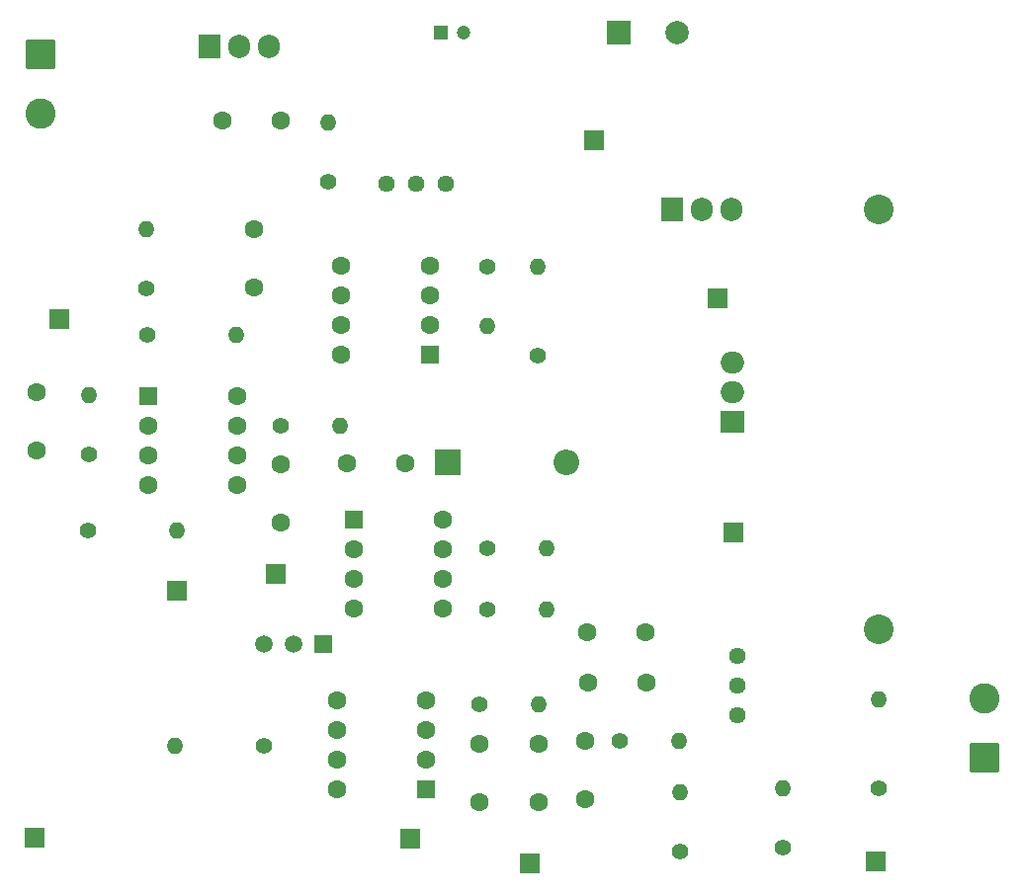
<source format=gbr>
%TF.GenerationSoftware,KiCad,Pcbnew,9.0.0*%
%TF.CreationDate,2025-06-18T22:57:56-03:00*%
%TF.ProjectId,buck_realimentada2,6275636b-5f72-4656-916c-696d656e7461,rev?*%
%TF.SameCoordinates,Original*%
%TF.FileFunction,Copper,L1,Top*%
%TF.FilePolarity,Positive*%
%FSLAX46Y46*%
G04 Gerber Fmt 4.6, Leading zero omitted, Abs format (unit mm)*
G04 Created by KiCad (PCBNEW 9.0.0) date 2025-06-18 22:57:56*
%MOMM*%
%LPD*%
G01*
G04 APERTURE LIST*
G04 Aperture macros list*
%AMRoundRect*
0 Rectangle with rounded corners*
0 $1 Rounding radius*
0 $2 $3 $4 $5 $6 $7 $8 $9 X,Y pos of 4 corners*
0 Add a 4 corners polygon primitive as box body*
4,1,4,$2,$3,$4,$5,$6,$7,$8,$9,$2,$3,0*
0 Add four circle primitives for the rounded corners*
1,1,$1+$1,$2,$3*
1,1,$1+$1,$4,$5*
1,1,$1+$1,$6,$7*
1,1,$1+$1,$8,$9*
0 Add four rect primitives between the rounded corners*
20,1,$1+$1,$2,$3,$4,$5,0*
20,1,$1+$1,$4,$5,$6,$7,0*
20,1,$1+$1,$6,$7,$8,$9,0*
20,1,$1+$1,$8,$9,$2,$3,0*%
G04 Aperture macros list end*
%TA.AperFunction,ComponentPad*%
%ADD10R,1.905000X2.000000*%
%TD*%
%TA.AperFunction,ComponentPad*%
%ADD11O,1.905000X2.000000*%
%TD*%
%TA.AperFunction,ComponentPad*%
%ADD12R,2.000000X2.000000*%
%TD*%
%TA.AperFunction,ComponentPad*%
%ADD13C,2.000000*%
%TD*%
%TA.AperFunction,ComponentPad*%
%ADD14C,1.600000*%
%TD*%
%TA.AperFunction,ComponentPad*%
%ADD15C,1.400000*%
%TD*%
%TA.AperFunction,ComponentPad*%
%ADD16O,1.400000X1.400000*%
%TD*%
%TA.AperFunction,ComponentPad*%
%ADD17R,1.700000X1.700000*%
%TD*%
%TA.AperFunction,ComponentPad*%
%ADD18R,1.500000X1.500000*%
%TD*%
%TA.AperFunction,ComponentPad*%
%ADD19C,1.500000*%
%TD*%
%TA.AperFunction,ComponentPad*%
%ADD20RoundRect,0.250000X-1.050000X1.050000X-1.050000X-1.050000X1.050000X-1.050000X1.050000X1.050000X0*%
%TD*%
%TA.AperFunction,ComponentPad*%
%ADD21C,2.600000*%
%TD*%
%TA.AperFunction,ComponentPad*%
%ADD22R,2.200000X2.200000*%
%TD*%
%TA.AperFunction,ComponentPad*%
%ADD23O,2.200000X2.200000*%
%TD*%
%TA.AperFunction,ComponentPad*%
%ADD24R,1.200000X1.200000*%
%TD*%
%TA.AperFunction,ComponentPad*%
%ADD25C,1.200000*%
%TD*%
%TA.AperFunction,ComponentPad*%
%ADD26C,1.440000*%
%TD*%
%TA.AperFunction,ComponentPad*%
%ADD27RoundRect,0.250000X1.050000X-1.050000X1.050000X1.050000X-1.050000X1.050000X-1.050000X-1.050000X0*%
%TD*%
%TA.AperFunction,ComponentPad*%
%ADD28C,2.540000*%
%TD*%
%TA.AperFunction,ComponentPad*%
%ADD29RoundRect,0.250000X0.550000X0.550000X-0.550000X0.550000X-0.550000X-0.550000X0.550000X-0.550000X0*%
%TD*%
%TA.AperFunction,ComponentPad*%
%ADD30RoundRect,0.250000X-0.550000X-0.550000X0.550000X-0.550000X0.550000X0.550000X-0.550000X0.550000X0*%
%TD*%
%TA.AperFunction,ComponentPad*%
%ADD31R,2.000000X1.905000*%
%TD*%
%TA.AperFunction,ComponentPad*%
%ADD32O,2.000000X1.905000*%
%TD*%
G04 APERTURE END LIST*
D10*
%TO.P,M4,1,G*%
%TO.N,Vg1*%
X159520000Y-83600000D03*
D11*
%TO.P,M4,2,D*%
%TO.N,Vin*%
X162060000Y-83600000D03*
%TO.P,M4,3,S*%
%TO.N,Vd*%
X164600000Y-83600000D03*
%TD*%
D12*
%TO.P,C2,1*%
%TO.N,Vin*%
X155000000Y-68467677D03*
D13*
%TO.P,C2,2*%
%TO.N,GND*%
X160000000Y-68467677D03*
%TD*%
D14*
%TO.P,C12,1*%
%TO.N,pwm*%
X126000000Y-105500000D03*
%TO.P,C12,2*%
%TO.N,GND*%
X126000000Y-110500000D03*
%TD*%
%TO.P,C1,1*%
%TO.N,Vout*%
X157220601Y-119882332D03*
%TO.P,C1,2*%
%TO.N,GND*%
X152220601Y-119882332D03*
%TD*%
D15*
%TO.P,R10,1*%
%TO.N,GND*%
X169000000Y-138300000D03*
D16*
%TO.P,R10,2*%
%TO.N,sampling*%
X169000000Y-133220000D03*
%TD*%
D10*
%TO.P,U4,1,ADJ*%
%TO.N,Net-(U4-ADJ)*%
X119940000Y-69680000D03*
D11*
%TO.P,U4,2,VO*%
%TO.N,VCCPWM*%
X122480000Y-69680000D03*
%TO.P,U4,3,VI*%
%TO.N,Vin*%
X125020000Y-69680000D03*
%TD*%
D17*
%TO.P,J13,1,Pin_1*%
%TO.N,Vg2*%
X164800000Y-111300000D03*
%TD*%
D14*
%TO.P,C8,1*%
%TO.N,cuadrada*%
X105100000Y-99300000D03*
%TO.P,C8,2*%
%TO.N,GND*%
X105100000Y-104300000D03*
%TD*%
D17*
%TO.P,J10,1,Pin_1*%
%TO.N,VCCPWM*%
X152804104Y-77707727D03*
%TD*%
D18*
%TO.P,U5,1,REF*%
%TO.N,Vref*%
X129630563Y-120882761D03*
D19*
%TO.P,U5,2,A*%
%TO.N,GND*%
X127090563Y-120882761D03*
%TO.P,U5,3,K*%
%TO.N,Vref*%
X124550563Y-120882761D03*
%TD*%
D14*
%TO.P,C7,1*%
%TO.N,Net-(U7A-+)*%
X152100000Y-129200000D03*
%TO.P,C7,2*%
%TO.N,Net-(C7-Pad2)*%
X152100000Y-134200000D03*
%TD*%
D20*
%TO.P,J1,1,Pin_1*%
%TO.N,GND*%
X105407500Y-70355000D03*
D21*
%TO.P,J1,2,Pin_2*%
%TO.N,Vin*%
X105407500Y-75435000D03*
%TD*%
D17*
%TO.P,J12,1,Pin_1*%
%TO.N,Vg1*%
X163390698Y-91229148D03*
%TD*%
D15*
%TO.P,R12,1*%
%TO.N,pwm*%
X126020000Y-102200000D03*
D16*
%TO.P,R12,2*%
%TO.N,VCCPWM*%
X131100000Y-102200000D03*
%TD*%
D14*
%TO.P,C13,1*%
%TO.N,VCCPWM*%
X125990000Y-76040000D03*
%TO.P,C13,2*%
%TO.N,GND*%
X120990000Y-76040000D03*
%TD*%
D22*
%TO.P,D1,1,K*%
%TO.N,Net-(D1-K)*%
X140320000Y-105300000D03*
D23*
%TO.P,D1,2,A*%
%TO.N,VCCPWM*%
X150480000Y-105300000D03*
%TD*%
D24*
%TO.P,C5,1*%
%TO.N,Vin*%
X139700000Y-68472599D03*
D25*
%TO.P,C5,2*%
%TO.N,GND*%
X141700000Y-68472599D03*
%TD*%
D26*
%TO.P,R13,1*%
%TO.N,GND*%
X140180000Y-81400000D03*
%TO.P,R13,2*%
%TO.N,Net-(U4-ADJ)*%
X137640000Y-81400000D03*
%TO.P,R13,3*%
%TO.N,N/C*%
X135100000Y-81400000D03*
%TD*%
D14*
%TO.P,C10,1*%
%TO.N,error*%
X148100000Y-134400000D03*
%TO.P,C10,2*%
%TO.N,Net-(U7A-+)*%
X148100000Y-129400000D03*
%TD*%
D15*
%TO.P,R8,1*%
%TO.N,Net-(U2A-+)*%
X109490000Y-111100000D03*
D16*
%TO.P,R8,2*%
%TO.N,Triangular*%
X117110000Y-111100000D03*
%TD*%
D15*
%TO.P,R2,1*%
%TO.N,HO*%
X143720000Y-112700000D03*
D16*
%TO.P,R2,2*%
%TO.N,Vg1*%
X148800000Y-112700000D03*
%TD*%
D17*
%TO.P,J11,1,Pin_1*%
%TO.N,Vref*%
X137126038Y-137549204D03*
%TD*%
D15*
%TO.P,R1,1*%
%TO.N,Net-(U6A--)*%
X143700000Y-88560000D03*
D16*
%TO.P,R1,2*%
%TO.N,GND*%
X143700000Y-93640000D03*
%TD*%
D14*
%TO.P,C6,1*%
%TO.N,Net-(U6B-+)*%
X123700000Y-85300000D03*
%TO.P,C6,2*%
%TO.N,Triangular*%
X123700000Y-90300000D03*
%TD*%
D27*
%TO.P,J2,1,Pin_1*%
%TO.N,GND*%
X186272500Y-130645000D03*
D21*
%TO.P,J2,2,Pin_2*%
%TO.N,Vout*%
X186272500Y-125565000D03*
%TD*%
D15*
%TO.P,R3,1*%
%TO.N,LO*%
X143660000Y-117900000D03*
D16*
%TO.P,R3,2*%
%TO.N,Vg2*%
X148740000Y-117900000D03*
%TD*%
D15*
%TO.P,R4,1*%
%TO.N,cuadrada*%
X114500000Y-90380000D03*
D16*
%TO.P,R4,2*%
%TO.N,Net-(U6B-+)*%
X114500000Y-85300000D03*
%TD*%
D14*
%TO.P,C4,1*%
%TO.N,Net-(D1-K)*%
X136700000Y-105400000D03*
%TO.P,C4,2*%
%TO.N,Net-(U1-VS)*%
X131700000Y-105400000D03*
%TD*%
D28*
%TO.P,L1,1,1*%
%TO.N,Vd*%
X177200000Y-83600000D03*
%TO.P,L1,2,2*%
%TO.N,Vout*%
X177200000Y-119600000D03*
%TD*%
D29*
%TO.P,U7,1*%
%TO.N,error*%
X138425000Y-133350000D03*
D14*
%TO.P,U7,2,-*%
%TO.N,Vref*%
X138425000Y-130810000D03*
%TO.P,U7,3,+*%
%TO.N,Net-(U7A-+)*%
X138425000Y-128270000D03*
%TO.P,U7,4,V-*%
%TO.N,GND*%
X138425000Y-125730000D03*
%TO.P,U7,5,+*%
X130805000Y-125730000D03*
%TO.P,U7,6,-*%
%TO.N,Net-(U7B--)*%
X130805000Y-128270000D03*
%TO.P,U7,7*%
X130805000Y-130810000D03*
%TO.P,U7,8,V+*%
%TO.N,VCCPWM*%
X130805000Y-133350000D03*
%TD*%
D15*
%TO.P,R6,1*%
%TO.N,VCCPWM*%
X148000000Y-96110000D03*
D16*
%TO.P,R6,2*%
%TO.N,Net-(U6A--)*%
X148000000Y-88490000D03*
%TD*%
D15*
%TO.P,R14,1*%
%TO.N,Vref*%
X124600000Y-129600000D03*
D16*
%TO.P,R14,2*%
%TO.N,Vin*%
X116980000Y-129600000D03*
%TD*%
D17*
%TO.P,J3,1,Pin_1*%
%TO.N,GND*%
X104900000Y-137500000D03*
%TD*%
D29*
%TO.P,U6,1*%
%TO.N,Net-(U2A--)*%
X138800000Y-96100000D03*
D14*
%TO.P,U6,2,-*%
%TO.N,Net-(U6A--)*%
X138800000Y-93560000D03*
%TO.P,U6,3,+*%
%TO.N,Net-(U2A--)*%
X138800000Y-91020000D03*
%TO.P,U6,4,V-*%
%TO.N,GND*%
X138800000Y-88480000D03*
%TO.P,U6,5,+*%
%TO.N,Net-(U6B-+)*%
X131180000Y-88480000D03*
%TO.P,U6,6,-*%
%TO.N,Net-(U2A--)*%
X131180000Y-91020000D03*
%TO.P,U6,7*%
%TO.N,Triangular*%
X131180000Y-93560000D03*
%TO.P,U6,8,V+*%
%TO.N,VCCPWM*%
X131180000Y-96100000D03*
%TD*%
%TO.P,C3,1*%
%TO.N,Vout*%
X157320601Y-124182332D03*
%TO.P,C3,2*%
%TO.N,GND*%
X152320601Y-124182332D03*
%TD*%
D30*
%TO.P,U1,1,VCC*%
%TO.N,VCCPWM*%
X132295000Y-110190000D03*
D14*
%TO.P,U1,2,IN*%
%TO.N,pwm*%
X132295000Y-112730000D03*
%TO.P,U1,3,~{SD}*%
%TO.N,VCCPWM*%
X132295000Y-115270000D03*
%TO.P,U1,4,COM*%
%TO.N,GND*%
X132295000Y-117810000D03*
%TO.P,U1,5,LO*%
%TO.N,LO*%
X139915000Y-117810000D03*
%TO.P,U1,6,VS*%
%TO.N,Net-(U1-VS)*%
X139915000Y-115270000D03*
%TO.P,U1,7,HO*%
%TO.N,HO*%
X139915000Y-112730000D03*
%TO.P,U1,8,VB*%
%TO.N,Net-(D1-K)*%
X139915000Y-110190000D03*
%TD*%
D15*
%TO.P,R9,1*%
%TO.N,sampling*%
X177200000Y-133210000D03*
D16*
%TO.P,R9,2*%
%TO.N,Vout*%
X177200000Y-125590000D03*
%TD*%
D17*
%TO.P,J5,1,Pin_1*%
%TO.N,pwm*%
X125600000Y-114900000D03*
%TD*%
%TO.P,J14,1,Pin_1*%
%TO.N,cuadrada*%
X107000000Y-93000000D03*
%TD*%
D15*
%TO.P,R5,1*%
%TO.N,Net-(U4-ADJ)*%
X130100000Y-81240000D03*
D16*
%TO.P,R5,2*%
%TO.N,VCCPWM*%
X130100000Y-76160000D03*
%TD*%
D15*
%TO.P,R15,1*%
%TO.N,Net-(U7A-+)*%
X155020000Y-129200000D03*
D16*
%TO.P,R15,2*%
%TO.N,sampling*%
X160100000Y-129200000D03*
%TD*%
D14*
%TO.P,C9,1*%
%TO.N,error*%
X143000000Y-134400000D03*
%TO.P,C9,2*%
%TO.N,Net-(C9-Pad2)*%
X143000000Y-129400000D03*
%TD*%
D17*
%TO.P,J6,1,Pin_1*%
%TO.N,Triangular*%
X117100000Y-116300000D03*
%TD*%
D30*
%TO.P,U2,1*%
%TO.N,cuadrada*%
X114695000Y-99590000D03*
D14*
%TO.P,U2,2,-*%
%TO.N,Net-(U2A--)*%
X114695000Y-102130000D03*
%TO.P,U2,3,+*%
%TO.N,Net-(U2A-+)*%
X114695000Y-104670000D03*
%TO.P,U2,4,V-*%
%TO.N,GND*%
X114695000Y-107210000D03*
%TO.P,U2,5,+*%
%TO.N,error*%
X122315000Y-107210000D03*
%TO.P,U2,6,-*%
%TO.N,Triangular*%
X122315000Y-104670000D03*
%TO.P,U2,7*%
%TO.N,pwm*%
X122315000Y-102130000D03*
%TO.P,U2,8,V+*%
%TO.N,VCCPWM*%
X122315000Y-99590000D03*
%TD*%
D17*
%TO.P,J4,1,Pin_1*%
%TO.N,error*%
X147320000Y-139700000D03*
%TD*%
D15*
%TO.P,R16,1*%
%TO.N,Net-(C7-Pad2)*%
X160239398Y-138620328D03*
D16*
%TO.P,R16,2*%
%TO.N,sampling*%
X160239398Y-133540328D03*
%TD*%
D15*
%TO.P,R7,1*%
%TO.N,Net-(U2A-+)*%
X109600000Y-104640000D03*
D16*
%TO.P,R7,2*%
%TO.N,cuadrada*%
X109600000Y-99560000D03*
%TD*%
D15*
%TO.P,R17,1*%
%TO.N,Net-(C9-Pad2)*%
X143020000Y-126000000D03*
D16*
%TO.P,R17,2*%
%TO.N,Net-(U7A-+)*%
X148100000Y-126000000D03*
%TD*%
D17*
%TO.P,J15,1,Pin_1*%
%TO.N,sampling*%
X177000000Y-139500000D03*
%TD*%
D31*
%TO.P,M3,1,G*%
%TO.N,Vg2*%
X164700000Y-101800000D03*
D32*
%TO.P,M3,2,D*%
%TO.N,Vd*%
X164700000Y-99260000D03*
%TO.P,M3,3,S*%
%TO.N,GND*%
X164700000Y-96720000D03*
%TD*%
D15*
%TO.P,R11,1*%
%TO.N,cuadrada*%
X114600000Y-94400000D03*
D16*
%TO.P,R11,2*%
%TO.N,VCCPWM*%
X122220000Y-94400000D03*
%TD*%
D26*
%TO.P,Rc1,1*%
%TO.N,GND*%
X165100000Y-127000000D03*
%TO.P,Rc1,2*%
%TO.N,Vout*%
X165100000Y-124460000D03*
%TO.P,Rc1,3*%
%TO.N,N/C*%
X165100000Y-121920000D03*
%TD*%
M02*

</source>
